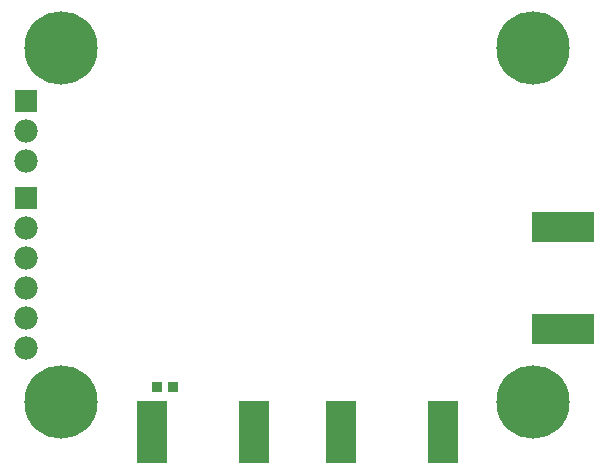
<source format=gbs>
G04 Layer_Color=16711935*
%FSAX24Y24*%
%MOIN*%
G70*
G01*
G75*
%ADD55R,0.0380X0.0380*%
%ADD70C,0.2442*%
%ADD71R,0.1030X0.2080*%
%ADD72C,0.0780*%
%ADD73R,0.0780X0.0780*%
%ADD74R,0.2080X0.1030*%
D55*
X015560Y012320D02*
D03*
X015010D02*
D03*
D70*
X011811Y023622D02*
D03*
Y011811D02*
D03*
X027559D02*
D03*
Y023622D02*
D03*
D71*
X014835Y010827D02*
D03*
X018235D02*
D03*
X021135D02*
D03*
X024535D02*
D03*
D72*
X010660Y013610D02*
D03*
X010660Y014610D02*
D03*
X010660Y015610D02*
D03*
X010660Y017610D02*
D03*
X010660Y016610D02*
D03*
X010650Y020840D02*
D03*
X010650Y019840D02*
D03*
D73*
X010660Y018610D02*
D03*
X010650Y021840D02*
D03*
D74*
X028543Y014245D02*
D03*
Y017645D02*
D03*
M02*

</source>
